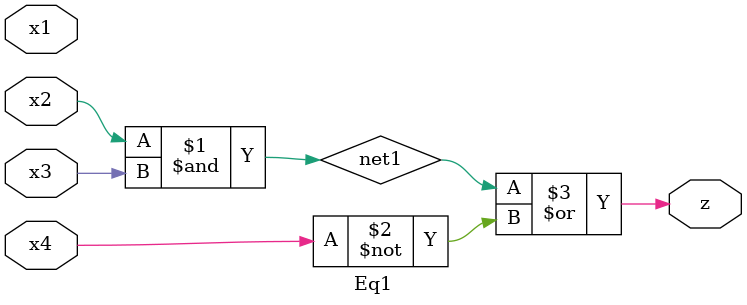
<source format=v>

module Eq1(x1,x2,x3,x4,z);
  input x1,x2,x3,x4;
  output z;
  and a1(net1,x2,x3);
  or o1(z,net1,~x4);
endmodule
</source>
